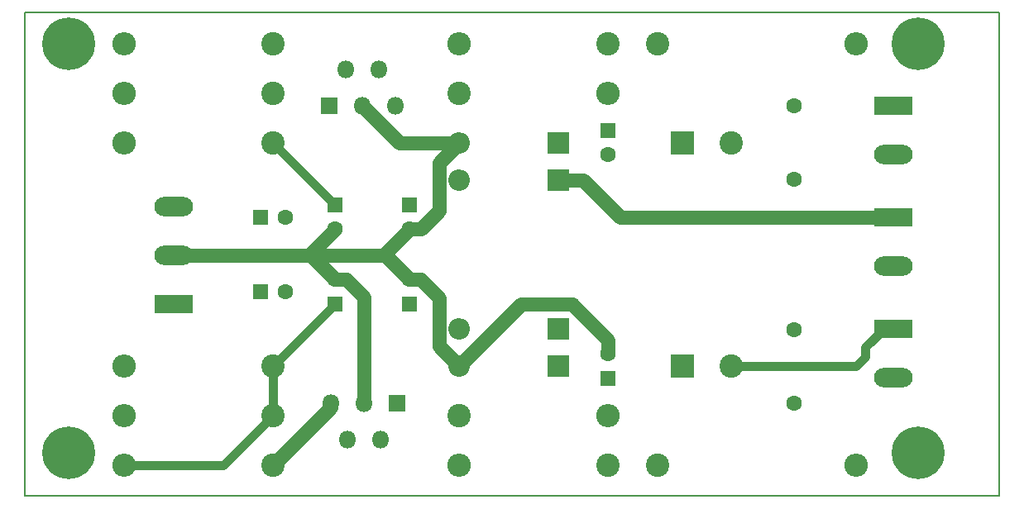
<source format=gbr>
%TF.GenerationSoftware,KiCad,Pcbnew,(5.0.0)*%
%TF.CreationDate,2018-07-24T20:25:44+02:00*%
%TF.ProjectId,tda2030StereoAmplifier,7464613230333053746572656F416D70,rev?*%
%TF.SameCoordinates,Original*%
%TF.FileFunction,Copper,L1,Top,Signal*%
%TF.FilePolarity,Positive*%
%FSLAX46Y46*%
G04 Gerber Fmt 4.6, Leading zero omitted, Abs format (unit mm)*
G04 Created by KiCad (PCBNEW (5.0.0)) date 07/24/18 20:25:44*
%MOMM*%
%LPD*%
G01*
G04 APERTURE LIST*
%ADD10C,0.150000*%
%ADD11C,5.400000*%
%ADD12R,1.600000X1.600000*%
%ADD13C,1.600000*%
%ADD14O,1.800000X1.800000*%
%ADD15R,1.800000X1.800000*%
%ADD16C,2.400000*%
%ADD17O,2.400000X2.400000*%
%ADD18R,3.960000X1.980000*%
%ADD19O,3.960000X1.980000*%
%ADD20R,2.400000X2.400000*%
%ADD21O,2.200000X2.200000*%
%ADD22R,2.200000X2.200000*%
%ADD23C,0.800000*%
%ADD24C,0.250000*%
%ADD25C,0.900000*%
%ADD26C,1.400000*%
G04 APERTURE END LIST*
D10*
X17780000Y-95885000D02*
X117475000Y-95885000D01*
X17780000Y-95885000D02*
X17780000Y-46355000D01*
X117475000Y-46355000D02*
X117475000Y-95885000D01*
X17780000Y-46355000D02*
X117475000Y-46355000D01*
D11*
X22225000Y-91440000D03*
X22225000Y-49530000D03*
X109220000Y-49530000D03*
X109220000Y-91440000D03*
D12*
X41910000Y-67310000D03*
D13*
X44410000Y-67310000D03*
D12*
X41910000Y-74930000D03*
D13*
X44410000Y-74930000D03*
X49530000Y-68540000D03*
D12*
X49530000Y-66040000D03*
X49530000Y-76200000D03*
D13*
X49530000Y-73700000D03*
D12*
X57150000Y-66040000D03*
D13*
X57150000Y-68540000D03*
D14*
X49080000Y-86360000D03*
X50780000Y-90060000D03*
X52480000Y-86360000D03*
X54180000Y-90060000D03*
D15*
X55880000Y-86360000D03*
X48895000Y-55880000D03*
D14*
X50595000Y-52180000D03*
X52295000Y-55880000D03*
X53995000Y-52180000D03*
X55695000Y-55880000D03*
D16*
X43180000Y-54610000D03*
D17*
X27940000Y-54610000D03*
D18*
X106680000Y-67310000D03*
D19*
X106680000Y-72310000D03*
D13*
X57150000Y-73700000D03*
D12*
X57150000Y-76200000D03*
D13*
X77470000Y-60920000D03*
D12*
X77470000Y-58420000D03*
X77470000Y-83820000D03*
D13*
X77470000Y-81320000D03*
X96520000Y-55880000D03*
X96520000Y-63380000D03*
X96520000Y-78860000D03*
X96520000Y-86360000D03*
D16*
X90090000Y-59690000D03*
D20*
X85090000Y-59690000D03*
X85090000Y-82550000D03*
D16*
X90090000Y-82550000D03*
D21*
X62230000Y-63500000D03*
D22*
X72390000Y-63500000D03*
X72390000Y-59690000D03*
D21*
X62230000Y-59690000D03*
X62230000Y-82550000D03*
D22*
X72390000Y-82550000D03*
X72390000Y-78740000D03*
D21*
X62230000Y-78740000D03*
D19*
X33020000Y-66200000D03*
X33020000Y-71200000D03*
D18*
X33020000Y-76200000D03*
D19*
X106680000Y-60880000D03*
D18*
X106680000Y-55880000D03*
X106680000Y-78740000D03*
D19*
X106680000Y-83740000D03*
D17*
X27940000Y-87630000D03*
D16*
X43180000Y-87630000D03*
D17*
X27940000Y-59690000D03*
D16*
X43180000Y-59690000D03*
X43180000Y-82550000D03*
D17*
X27940000Y-82550000D03*
D16*
X43180000Y-49530000D03*
D17*
X27940000Y-49530000D03*
X27940000Y-92710000D03*
D16*
X43180000Y-92710000D03*
D17*
X62230000Y-49530000D03*
D16*
X77470000Y-49530000D03*
X62230000Y-54610000D03*
D17*
X77470000Y-54610000D03*
D16*
X62230000Y-87630000D03*
D17*
X77470000Y-87630000D03*
X62230000Y-92710000D03*
D16*
X77470000Y-92710000D03*
D17*
X102870000Y-49530000D03*
D16*
X82550000Y-49530000D03*
X82550000Y-92710000D03*
D17*
X102870000Y-92710000D03*
D23*
X73760002Y-76200000D03*
D24*
X33020000Y-71200000D02*
X46870000Y-71200000D01*
X46870000Y-71200000D02*
X47030000Y-71200000D01*
X46870000Y-71200000D02*
X54490000Y-71200000D01*
D25*
X33020000Y-71200000D02*
X54650000Y-71200000D01*
X46870000Y-71200000D02*
X49530000Y-68540000D01*
X33020000Y-71200000D02*
X32030000Y-71200000D01*
D26*
X54490000Y-71200000D02*
X57150000Y-68540000D01*
X33020000Y-71200000D02*
X54490000Y-71200000D01*
X54650000Y-71200000D02*
X57150000Y-73700000D01*
X54490000Y-71200000D02*
X54650000Y-71200000D01*
X47030000Y-71040000D02*
X49530000Y-68540000D01*
X47030000Y-71200000D02*
X47030000Y-71040000D01*
X47030000Y-71200000D02*
X49530000Y-73700000D01*
X52480000Y-85087208D02*
X52480000Y-86360000D01*
X52480000Y-75518630D02*
X52480000Y-85087208D01*
X50661370Y-73700000D02*
X52480000Y-75518630D01*
X49530000Y-73700000D02*
X50661370Y-73700000D01*
X61130001Y-81450001D02*
X62230000Y-82550000D01*
X60179999Y-80499999D02*
X61130001Y-81450001D01*
X60179999Y-75598629D02*
X60179999Y-80499999D01*
X58281370Y-73700000D02*
X60179999Y-75598629D01*
X57150000Y-73700000D02*
X58281370Y-73700000D01*
X62230000Y-82550000D02*
X68580000Y-76200000D01*
X77470000Y-80188630D02*
X77470000Y-81320000D01*
X77470000Y-79909998D02*
X77470000Y-80188630D01*
X73760002Y-76200000D02*
X73760002Y-76200000D01*
X68580000Y-76200000D02*
X73760002Y-76200000D01*
X61130001Y-60789999D02*
X62230000Y-59690000D01*
X60179999Y-61740001D02*
X61130001Y-60789999D01*
X60179999Y-66641371D02*
X60179999Y-61740001D01*
X58281370Y-68540000D02*
X60179999Y-66641371D01*
X57150000Y-68540000D02*
X58281370Y-68540000D01*
X56105000Y-59690000D02*
X52295000Y-55880000D01*
X62230000Y-59690000D02*
X56105000Y-59690000D01*
X73760002Y-76200000D02*
X77470000Y-79909998D01*
D25*
X43180000Y-59690000D02*
X49530000Y-66040000D01*
X49530000Y-76200000D02*
X43180000Y-82550000D01*
X43180000Y-82550000D02*
X43180000Y-87630000D01*
X38100000Y-92710000D02*
X43180000Y-87630000D01*
X27940000Y-92710000D02*
X38100000Y-92710000D01*
X48895000Y-86175000D02*
X49080000Y-86360000D01*
X43180000Y-92260000D02*
X49080000Y-86360000D01*
X43180000Y-92710000D02*
X43180000Y-92260000D01*
D26*
X103300000Y-67310000D02*
X106680000Y-67310000D01*
X78700000Y-67310000D02*
X103300000Y-67310000D01*
X74890000Y-63500000D02*
X78700000Y-67310000D01*
X72390000Y-63500000D02*
X74890000Y-63500000D01*
X49080000Y-86810000D02*
X43180000Y-92710000D01*
X49080000Y-86360000D02*
X49080000Y-86810000D01*
D25*
X105690000Y-78740000D02*
X106680000Y-78740000D01*
X103800000Y-80630000D02*
X105690000Y-78740000D01*
X103800000Y-81620000D02*
X103800000Y-80630000D01*
X102870000Y-82550000D02*
X103800000Y-81620000D01*
X90090000Y-82550000D02*
X102870000Y-82550000D01*
M02*

</source>
